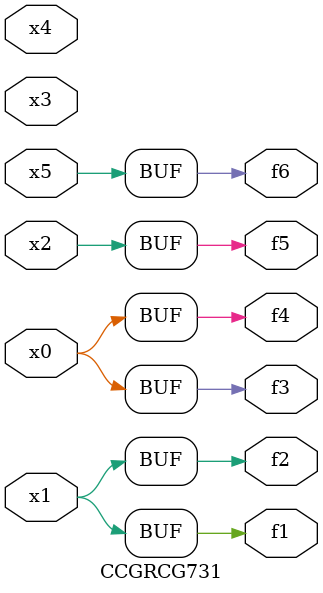
<source format=v>
module CCGRCG731(
	input x0, x1, x2, x3, x4, x5,
	output f1, f2, f3, f4, f5, f6
);
	assign f1 = x1;
	assign f2 = x1;
	assign f3 = x0;
	assign f4 = x0;
	assign f5 = x2;
	assign f6 = x5;
endmodule

</source>
